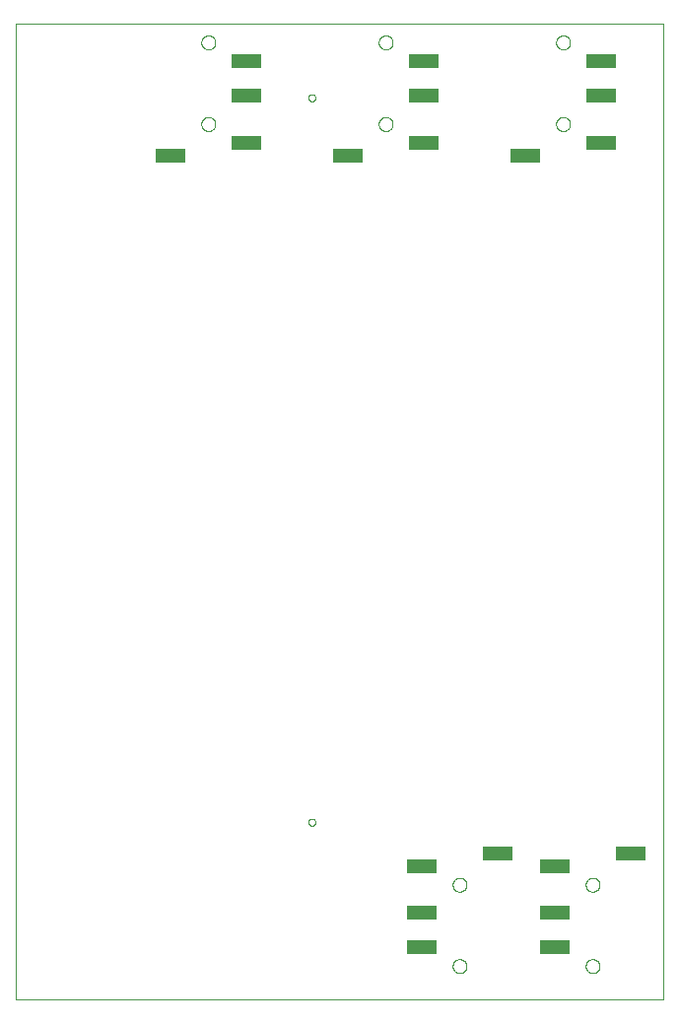
<source format=gtp>
G75*
%MOIN*%
%OFA0B0*%
%FSLAX25Y25*%
%IPPOS*%
%LPD*%
%AMOC8*
5,1,8,0,0,1.08239X$1,22.5*
%
%ADD10C,0.00000*%
%ADD11R,0.09843X0.04724*%
D10*
X0006800Y0012524D02*
X0006800Y0342484D01*
X0225501Y0342484D01*
X0225501Y0012524D01*
X0006800Y0012524D01*
X0105619Y0072524D02*
X0105621Y0072593D01*
X0105627Y0072661D01*
X0105637Y0072729D01*
X0105651Y0072796D01*
X0105669Y0072863D01*
X0105690Y0072928D01*
X0105716Y0072992D01*
X0105745Y0073054D01*
X0105777Y0073114D01*
X0105813Y0073173D01*
X0105853Y0073229D01*
X0105895Y0073283D01*
X0105941Y0073334D01*
X0105990Y0073383D01*
X0106041Y0073429D01*
X0106095Y0073471D01*
X0106151Y0073511D01*
X0106209Y0073547D01*
X0106270Y0073579D01*
X0106332Y0073608D01*
X0106396Y0073634D01*
X0106461Y0073655D01*
X0106528Y0073673D01*
X0106595Y0073687D01*
X0106663Y0073697D01*
X0106731Y0073703D01*
X0106800Y0073705D01*
X0106869Y0073703D01*
X0106937Y0073697D01*
X0107005Y0073687D01*
X0107072Y0073673D01*
X0107139Y0073655D01*
X0107204Y0073634D01*
X0107268Y0073608D01*
X0107330Y0073579D01*
X0107390Y0073547D01*
X0107449Y0073511D01*
X0107505Y0073471D01*
X0107559Y0073429D01*
X0107610Y0073383D01*
X0107659Y0073334D01*
X0107705Y0073283D01*
X0107747Y0073229D01*
X0107787Y0073173D01*
X0107823Y0073114D01*
X0107855Y0073054D01*
X0107884Y0072992D01*
X0107910Y0072928D01*
X0107931Y0072863D01*
X0107949Y0072796D01*
X0107963Y0072729D01*
X0107973Y0072661D01*
X0107979Y0072593D01*
X0107981Y0072524D01*
X0107979Y0072455D01*
X0107973Y0072387D01*
X0107963Y0072319D01*
X0107949Y0072252D01*
X0107931Y0072185D01*
X0107910Y0072120D01*
X0107884Y0072056D01*
X0107855Y0071994D01*
X0107823Y0071933D01*
X0107787Y0071875D01*
X0107747Y0071819D01*
X0107705Y0071765D01*
X0107659Y0071714D01*
X0107610Y0071665D01*
X0107559Y0071619D01*
X0107505Y0071577D01*
X0107449Y0071537D01*
X0107391Y0071501D01*
X0107330Y0071469D01*
X0107268Y0071440D01*
X0107204Y0071414D01*
X0107139Y0071393D01*
X0107072Y0071375D01*
X0107005Y0071361D01*
X0106937Y0071351D01*
X0106869Y0071345D01*
X0106800Y0071343D01*
X0106731Y0071345D01*
X0106663Y0071351D01*
X0106595Y0071361D01*
X0106528Y0071375D01*
X0106461Y0071393D01*
X0106396Y0071414D01*
X0106332Y0071440D01*
X0106270Y0071469D01*
X0106209Y0071501D01*
X0106151Y0071537D01*
X0106095Y0071577D01*
X0106041Y0071619D01*
X0105990Y0071665D01*
X0105941Y0071714D01*
X0105895Y0071765D01*
X0105853Y0071819D01*
X0105813Y0071875D01*
X0105777Y0071933D01*
X0105745Y0071994D01*
X0105716Y0072056D01*
X0105690Y0072120D01*
X0105669Y0072185D01*
X0105651Y0072252D01*
X0105637Y0072319D01*
X0105627Y0072387D01*
X0105621Y0072455D01*
X0105619Y0072524D01*
X0154438Y0051382D02*
X0154440Y0051479D01*
X0154446Y0051576D01*
X0154456Y0051672D01*
X0154470Y0051768D01*
X0154488Y0051864D01*
X0154509Y0051958D01*
X0154535Y0052052D01*
X0154564Y0052144D01*
X0154598Y0052235D01*
X0154634Y0052325D01*
X0154675Y0052413D01*
X0154719Y0052499D01*
X0154767Y0052584D01*
X0154818Y0052666D01*
X0154872Y0052747D01*
X0154930Y0052825D01*
X0154991Y0052900D01*
X0155054Y0052973D01*
X0155121Y0053044D01*
X0155191Y0053111D01*
X0155263Y0053176D01*
X0155338Y0053237D01*
X0155416Y0053296D01*
X0155495Y0053351D01*
X0155577Y0053403D01*
X0155661Y0053451D01*
X0155747Y0053496D01*
X0155835Y0053538D01*
X0155924Y0053576D01*
X0156015Y0053610D01*
X0156107Y0053640D01*
X0156200Y0053667D01*
X0156295Y0053689D01*
X0156390Y0053708D01*
X0156486Y0053723D01*
X0156582Y0053734D01*
X0156679Y0053741D01*
X0156776Y0053744D01*
X0156873Y0053743D01*
X0156970Y0053738D01*
X0157066Y0053729D01*
X0157162Y0053716D01*
X0157258Y0053699D01*
X0157353Y0053678D01*
X0157446Y0053654D01*
X0157539Y0053625D01*
X0157631Y0053593D01*
X0157721Y0053557D01*
X0157809Y0053518D01*
X0157896Y0053474D01*
X0157981Y0053428D01*
X0158064Y0053377D01*
X0158145Y0053324D01*
X0158223Y0053267D01*
X0158300Y0053207D01*
X0158373Y0053144D01*
X0158444Y0053078D01*
X0158512Y0053009D01*
X0158578Y0052937D01*
X0158640Y0052863D01*
X0158699Y0052786D01*
X0158755Y0052707D01*
X0158808Y0052625D01*
X0158858Y0052542D01*
X0158903Y0052456D01*
X0158946Y0052369D01*
X0158985Y0052280D01*
X0159020Y0052190D01*
X0159051Y0052098D01*
X0159078Y0052005D01*
X0159102Y0051911D01*
X0159122Y0051816D01*
X0159138Y0051720D01*
X0159150Y0051624D01*
X0159158Y0051527D01*
X0159162Y0051430D01*
X0159162Y0051334D01*
X0159158Y0051237D01*
X0159150Y0051140D01*
X0159138Y0051044D01*
X0159122Y0050948D01*
X0159102Y0050853D01*
X0159078Y0050759D01*
X0159051Y0050666D01*
X0159020Y0050574D01*
X0158985Y0050484D01*
X0158946Y0050395D01*
X0158903Y0050308D01*
X0158858Y0050222D01*
X0158808Y0050139D01*
X0158755Y0050057D01*
X0158699Y0049978D01*
X0158640Y0049901D01*
X0158578Y0049827D01*
X0158512Y0049755D01*
X0158444Y0049686D01*
X0158373Y0049620D01*
X0158300Y0049557D01*
X0158223Y0049497D01*
X0158145Y0049440D01*
X0158064Y0049387D01*
X0157981Y0049336D01*
X0157896Y0049290D01*
X0157809Y0049246D01*
X0157721Y0049207D01*
X0157631Y0049171D01*
X0157539Y0049139D01*
X0157446Y0049110D01*
X0157353Y0049086D01*
X0157258Y0049065D01*
X0157162Y0049048D01*
X0157066Y0049035D01*
X0156970Y0049026D01*
X0156873Y0049021D01*
X0156776Y0049020D01*
X0156679Y0049023D01*
X0156582Y0049030D01*
X0156486Y0049041D01*
X0156390Y0049056D01*
X0156295Y0049075D01*
X0156200Y0049097D01*
X0156107Y0049124D01*
X0156015Y0049154D01*
X0155924Y0049188D01*
X0155835Y0049226D01*
X0155747Y0049268D01*
X0155661Y0049313D01*
X0155577Y0049361D01*
X0155495Y0049413D01*
X0155416Y0049468D01*
X0155338Y0049527D01*
X0155263Y0049588D01*
X0155191Y0049653D01*
X0155121Y0049720D01*
X0155054Y0049791D01*
X0154991Y0049864D01*
X0154930Y0049939D01*
X0154872Y0050017D01*
X0154818Y0050098D01*
X0154767Y0050180D01*
X0154719Y0050265D01*
X0154675Y0050351D01*
X0154634Y0050439D01*
X0154598Y0050529D01*
X0154564Y0050620D01*
X0154535Y0050712D01*
X0154509Y0050806D01*
X0154488Y0050900D01*
X0154470Y0050996D01*
X0154456Y0051092D01*
X0154446Y0051188D01*
X0154440Y0051285D01*
X0154438Y0051382D01*
X0154438Y0023823D02*
X0154440Y0023920D01*
X0154446Y0024017D01*
X0154456Y0024113D01*
X0154470Y0024209D01*
X0154488Y0024305D01*
X0154509Y0024399D01*
X0154535Y0024493D01*
X0154564Y0024585D01*
X0154598Y0024676D01*
X0154634Y0024766D01*
X0154675Y0024854D01*
X0154719Y0024940D01*
X0154767Y0025025D01*
X0154818Y0025107D01*
X0154872Y0025188D01*
X0154930Y0025266D01*
X0154991Y0025341D01*
X0155054Y0025414D01*
X0155121Y0025485D01*
X0155191Y0025552D01*
X0155263Y0025617D01*
X0155338Y0025678D01*
X0155416Y0025737D01*
X0155495Y0025792D01*
X0155577Y0025844D01*
X0155661Y0025892D01*
X0155747Y0025937D01*
X0155835Y0025979D01*
X0155924Y0026017D01*
X0156015Y0026051D01*
X0156107Y0026081D01*
X0156200Y0026108D01*
X0156295Y0026130D01*
X0156390Y0026149D01*
X0156486Y0026164D01*
X0156582Y0026175D01*
X0156679Y0026182D01*
X0156776Y0026185D01*
X0156873Y0026184D01*
X0156970Y0026179D01*
X0157066Y0026170D01*
X0157162Y0026157D01*
X0157258Y0026140D01*
X0157353Y0026119D01*
X0157446Y0026095D01*
X0157539Y0026066D01*
X0157631Y0026034D01*
X0157721Y0025998D01*
X0157809Y0025959D01*
X0157896Y0025915D01*
X0157981Y0025869D01*
X0158064Y0025818D01*
X0158145Y0025765D01*
X0158223Y0025708D01*
X0158300Y0025648D01*
X0158373Y0025585D01*
X0158444Y0025519D01*
X0158512Y0025450D01*
X0158578Y0025378D01*
X0158640Y0025304D01*
X0158699Y0025227D01*
X0158755Y0025148D01*
X0158808Y0025066D01*
X0158858Y0024983D01*
X0158903Y0024897D01*
X0158946Y0024810D01*
X0158985Y0024721D01*
X0159020Y0024631D01*
X0159051Y0024539D01*
X0159078Y0024446D01*
X0159102Y0024352D01*
X0159122Y0024257D01*
X0159138Y0024161D01*
X0159150Y0024065D01*
X0159158Y0023968D01*
X0159162Y0023871D01*
X0159162Y0023775D01*
X0159158Y0023678D01*
X0159150Y0023581D01*
X0159138Y0023485D01*
X0159122Y0023389D01*
X0159102Y0023294D01*
X0159078Y0023200D01*
X0159051Y0023107D01*
X0159020Y0023015D01*
X0158985Y0022925D01*
X0158946Y0022836D01*
X0158903Y0022749D01*
X0158858Y0022663D01*
X0158808Y0022580D01*
X0158755Y0022498D01*
X0158699Y0022419D01*
X0158640Y0022342D01*
X0158578Y0022268D01*
X0158512Y0022196D01*
X0158444Y0022127D01*
X0158373Y0022061D01*
X0158300Y0021998D01*
X0158223Y0021938D01*
X0158145Y0021881D01*
X0158064Y0021828D01*
X0157981Y0021777D01*
X0157896Y0021731D01*
X0157809Y0021687D01*
X0157721Y0021648D01*
X0157631Y0021612D01*
X0157539Y0021580D01*
X0157446Y0021551D01*
X0157353Y0021527D01*
X0157258Y0021506D01*
X0157162Y0021489D01*
X0157066Y0021476D01*
X0156970Y0021467D01*
X0156873Y0021462D01*
X0156776Y0021461D01*
X0156679Y0021464D01*
X0156582Y0021471D01*
X0156486Y0021482D01*
X0156390Y0021497D01*
X0156295Y0021516D01*
X0156200Y0021538D01*
X0156107Y0021565D01*
X0156015Y0021595D01*
X0155924Y0021629D01*
X0155835Y0021667D01*
X0155747Y0021709D01*
X0155661Y0021754D01*
X0155577Y0021802D01*
X0155495Y0021854D01*
X0155416Y0021909D01*
X0155338Y0021968D01*
X0155263Y0022029D01*
X0155191Y0022094D01*
X0155121Y0022161D01*
X0155054Y0022232D01*
X0154991Y0022305D01*
X0154930Y0022380D01*
X0154872Y0022458D01*
X0154818Y0022539D01*
X0154767Y0022621D01*
X0154719Y0022706D01*
X0154675Y0022792D01*
X0154634Y0022880D01*
X0154598Y0022970D01*
X0154564Y0023061D01*
X0154535Y0023153D01*
X0154509Y0023247D01*
X0154488Y0023341D01*
X0154470Y0023437D01*
X0154456Y0023533D01*
X0154446Y0023629D01*
X0154440Y0023726D01*
X0154438Y0023823D01*
X0199438Y0023823D02*
X0199440Y0023920D01*
X0199446Y0024017D01*
X0199456Y0024113D01*
X0199470Y0024209D01*
X0199488Y0024305D01*
X0199509Y0024399D01*
X0199535Y0024493D01*
X0199564Y0024585D01*
X0199598Y0024676D01*
X0199634Y0024766D01*
X0199675Y0024854D01*
X0199719Y0024940D01*
X0199767Y0025025D01*
X0199818Y0025107D01*
X0199872Y0025188D01*
X0199930Y0025266D01*
X0199991Y0025341D01*
X0200054Y0025414D01*
X0200121Y0025485D01*
X0200191Y0025552D01*
X0200263Y0025617D01*
X0200338Y0025678D01*
X0200416Y0025737D01*
X0200495Y0025792D01*
X0200577Y0025844D01*
X0200661Y0025892D01*
X0200747Y0025937D01*
X0200835Y0025979D01*
X0200924Y0026017D01*
X0201015Y0026051D01*
X0201107Y0026081D01*
X0201200Y0026108D01*
X0201295Y0026130D01*
X0201390Y0026149D01*
X0201486Y0026164D01*
X0201582Y0026175D01*
X0201679Y0026182D01*
X0201776Y0026185D01*
X0201873Y0026184D01*
X0201970Y0026179D01*
X0202066Y0026170D01*
X0202162Y0026157D01*
X0202258Y0026140D01*
X0202353Y0026119D01*
X0202446Y0026095D01*
X0202539Y0026066D01*
X0202631Y0026034D01*
X0202721Y0025998D01*
X0202809Y0025959D01*
X0202896Y0025915D01*
X0202981Y0025869D01*
X0203064Y0025818D01*
X0203145Y0025765D01*
X0203223Y0025708D01*
X0203300Y0025648D01*
X0203373Y0025585D01*
X0203444Y0025519D01*
X0203512Y0025450D01*
X0203578Y0025378D01*
X0203640Y0025304D01*
X0203699Y0025227D01*
X0203755Y0025148D01*
X0203808Y0025066D01*
X0203858Y0024983D01*
X0203903Y0024897D01*
X0203946Y0024810D01*
X0203985Y0024721D01*
X0204020Y0024631D01*
X0204051Y0024539D01*
X0204078Y0024446D01*
X0204102Y0024352D01*
X0204122Y0024257D01*
X0204138Y0024161D01*
X0204150Y0024065D01*
X0204158Y0023968D01*
X0204162Y0023871D01*
X0204162Y0023775D01*
X0204158Y0023678D01*
X0204150Y0023581D01*
X0204138Y0023485D01*
X0204122Y0023389D01*
X0204102Y0023294D01*
X0204078Y0023200D01*
X0204051Y0023107D01*
X0204020Y0023015D01*
X0203985Y0022925D01*
X0203946Y0022836D01*
X0203903Y0022749D01*
X0203858Y0022663D01*
X0203808Y0022580D01*
X0203755Y0022498D01*
X0203699Y0022419D01*
X0203640Y0022342D01*
X0203578Y0022268D01*
X0203512Y0022196D01*
X0203444Y0022127D01*
X0203373Y0022061D01*
X0203300Y0021998D01*
X0203223Y0021938D01*
X0203145Y0021881D01*
X0203064Y0021828D01*
X0202981Y0021777D01*
X0202896Y0021731D01*
X0202809Y0021687D01*
X0202721Y0021648D01*
X0202631Y0021612D01*
X0202539Y0021580D01*
X0202446Y0021551D01*
X0202353Y0021527D01*
X0202258Y0021506D01*
X0202162Y0021489D01*
X0202066Y0021476D01*
X0201970Y0021467D01*
X0201873Y0021462D01*
X0201776Y0021461D01*
X0201679Y0021464D01*
X0201582Y0021471D01*
X0201486Y0021482D01*
X0201390Y0021497D01*
X0201295Y0021516D01*
X0201200Y0021538D01*
X0201107Y0021565D01*
X0201015Y0021595D01*
X0200924Y0021629D01*
X0200835Y0021667D01*
X0200747Y0021709D01*
X0200661Y0021754D01*
X0200577Y0021802D01*
X0200495Y0021854D01*
X0200416Y0021909D01*
X0200338Y0021968D01*
X0200263Y0022029D01*
X0200191Y0022094D01*
X0200121Y0022161D01*
X0200054Y0022232D01*
X0199991Y0022305D01*
X0199930Y0022380D01*
X0199872Y0022458D01*
X0199818Y0022539D01*
X0199767Y0022621D01*
X0199719Y0022706D01*
X0199675Y0022792D01*
X0199634Y0022880D01*
X0199598Y0022970D01*
X0199564Y0023061D01*
X0199535Y0023153D01*
X0199509Y0023247D01*
X0199488Y0023341D01*
X0199470Y0023437D01*
X0199456Y0023533D01*
X0199446Y0023629D01*
X0199440Y0023726D01*
X0199438Y0023823D01*
X0199438Y0051382D02*
X0199440Y0051479D01*
X0199446Y0051576D01*
X0199456Y0051672D01*
X0199470Y0051768D01*
X0199488Y0051864D01*
X0199509Y0051958D01*
X0199535Y0052052D01*
X0199564Y0052144D01*
X0199598Y0052235D01*
X0199634Y0052325D01*
X0199675Y0052413D01*
X0199719Y0052499D01*
X0199767Y0052584D01*
X0199818Y0052666D01*
X0199872Y0052747D01*
X0199930Y0052825D01*
X0199991Y0052900D01*
X0200054Y0052973D01*
X0200121Y0053044D01*
X0200191Y0053111D01*
X0200263Y0053176D01*
X0200338Y0053237D01*
X0200416Y0053296D01*
X0200495Y0053351D01*
X0200577Y0053403D01*
X0200661Y0053451D01*
X0200747Y0053496D01*
X0200835Y0053538D01*
X0200924Y0053576D01*
X0201015Y0053610D01*
X0201107Y0053640D01*
X0201200Y0053667D01*
X0201295Y0053689D01*
X0201390Y0053708D01*
X0201486Y0053723D01*
X0201582Y0053734D01*
X0201679Y0053741D01*
X0201776Y0053744D01*
X0201873Y0053743D01*
X0201970Y0053738D01*
X0202066Y0053729D01*
X0202162Y0053716D01*
X0202258Y0053699D01*
X0202353Y0053678D01*
X0202446Y0053654D01*
X0202539Y0053625D01*
X0202631Y0053593D01*
X0202721Y0053557D01*
X0202809Y0053518D01*
X0202896Y0053474D01*
X0202981Y0053428D01*
X0203064Y0053377D01*
X0203145Y0053324D01*
X0203223Y0053267D01*
X0203300Y0053207D01*
X0203373Y0053144D01*
X0203444Y0053078D01*
X0203512Y0053009D01*
X0203578Y0052937D01*
X0203640Y0052863D01*
X0203699Y0052786D01*
X0203755Y0052707D01*
X0203808Y0052625D01*
X0203858Y0052542D01*
X0203903Y0052456D01*
X0203946Y0052369D01*
X0203985Y0052280D01*
X0204020Y0052190D01*
X0204051Y0052098D01*
X0204078Y0052005D01*
X0204102Y0051911D01*
X0204122Y0051816D01*
X0204138Y0051720D01*
X0204150Y0051624D01*
X0204158Y0051527D01*
X0204162Y0051430D01*
X0204162Y0051334D01*
X0204158Y0051237D01*
X0204150Y0051140D01*
X0204138Y0051044D01*
X0204122Y0050948D01*
X0204102Y0050853D01*
X0204078Y0050759D01*
X0204051Y0050666D01*
X0204020Y0050574D01*
X0203985Y0050484D01*
X0203946Y0050395D01*
X0203903Y0050308D01*
X0203858Y0050222D01*
X0203808Y0050139D01*
X0203755Y0050057D01*
X0203699Y0049978D01*
X0203640Y0049901D01*
X0203578Y0049827D01*
X0203512Y0049755D01*
X0203444Y0049686D01*
X0203373Y0049620D01*
X0203300Y0049557D01*
X0203223Y0049497D01*
X0203145Y0049440D01*
X0203064Y0049387D01*
X0202981Y0049336D01*
X0202896Y0049290D01*
X0202809Y0049246D01*
X0202721Y0049207D01*
X0202631Y0049171D01*
X0202539Y0049139D01*
X0202446Y0049110D01*
X0202353Y0049086D01*
X0202258Y0049065D01*
X0202162Y0049048D01*
X0202066Y0049035D01*
X0201970Y0049026D01*
X0201873Y0049021D01*
X0201776Y0049020D01*
X0201679Y0049023D01*
X0201582Y0049030D01*
X0201486Y0049041D01*
X0201390Y0049056D01*
X0201295Y0049075D01*
X0201200Y0049097D01*
X0201107Y0049124D01*
X0201015Y0049154D01*
X0200924Y0049188D01*
X0200835Y0049226D01*
X0200747Y0049268D01*
X0200661Y0049313D01*
X0200577Y0049361D01*
X0200495Y0049413D01*
X0200416Y0049468D01*
X0200338Y0049527D01*
X0200263Y0049588D01*
X0200191Y0049653D01*
X0200121Y0049720D01*
X0200054Y0049791D01*
X0199991Y0049864D01*
X0199930Y0049939D01*
X0199872Y0050017D01*
X0199818Y0050098D01*
X0199767Y0050180D01*
X0199719Y0050265D01*
X0199675Y0050351D01*
X0199634Y0050439D01*
X0199598Y0050529D01*
X0199564Y0050620D01*
X0199535Y0050712D01*
X0199509Y0050806D01*
X0199488Y0050900D01*
X0199470Y0050996D01*
X0199456Y0051092D01*
X0199446Y0051188D01*
X0199440Y0051285D01*
X0199438Y0051382D01*
X0189438Y0308665D02*
X0189440Y0308762D01*
X0189446Y0308859D01*
X0189456Y0308955D01*
X0189470Y0309051D01*
X0189488Y0309147D01*
X0189509Y0309241D01*
X0189535Y0309335D01*
X0189564Y0309427D01*
X0189598Y0309518D01*
X0189634Y0309608D01*
X0189675Y0309696D01*
X0189719Y0309782D01*
X0189767Y0309867D01*
X0189818Y0309949D01*
X0189872Y0310030D01*
X0189930Y0310108D01*
X0189991Y0310183D01*
X0190054Y0310256D01*
X0190121Y0310327D01*
X0190191Y0310394D01*
X0190263Y0310459D01*
X0190338Y0310520D01*
X0190416Y0310579D01*
X0190495Y0310634D01*
X0190577Y0310686D01*
X0190661Y0310734D01*
X0190747Y0310779D01*
X0190835Y0310821D01*
X0190924Y0310859D01*
X0191015Y0310893D01*
X0191107Y0310923D01*
X0191200Y0310950D01*
X0191295Y0310972D01*
X0191390Y0310991D01*
X0191486Y0311006D01*
X0191582Y0311017D01*
X0191679Y0311024D01*
X0191776Y0311027D01*
X0191873Y0311026D01*
X0191970Y0311021D01*
X0192066Y0311012D01*
X0192162Y0310999D01*
X0192258Y0310982D01*
X0192353Y0310961D01*
X0192446Y0310937D01*
X0192539Y0310908D01*
X0192631Y0310876D01*
X0192721Y0310840D01*
X0192809Y0310801D01*
X0192896Y0310757D01*
X0192981Y0310711D01*
X0193064Y0310660D01*
X0193145Y0310607D01*
X0193223Y0310550D01*
X0193300Y0310490D01*
X0193373Y0310427D01*
X0193444Y0310361D01*
X0193512Y0310292D01*
X0193578Y0310220D01*
X0193640Y0310146D01*
X0193699Y0310069D01*
X0193755Y0309990D01*
X0193808Y0309908D01*
X0193858Y0309825D01*
X0193903Y0309739D01*
X0193946Y0309652D01*
X0193985Y0309563D01*
X0194020Y0309473D01*
X0194051Y0309381D01*
X0194078Y0309288D01*
X0194102Y0309194D01*
X0194122Y0309099D01*
X0194138Y0309003D01*
X0194150Y0308907D01*
X0194158Y0308810D01*
X0194162Y0308713D01*
X0194162Y0308617D01*
X0194158Y0308520D01*
X0194150Y0308423D01*
X0194138Y0308327D01*
X0194122Y0308231D01*
X0194102Y0308136D01*
X0194078Y0308042D01*
X0194051Y0307949D01*
X0194020Y0307857D01*
X0193985Y0307767D01*
X0193946Y0307678D01*
X0193903Y0307591D01*
X0193858Y0307505D01*
X0193808Y0307422D01*
X0193755Y0307340D01*
X0193699Y0307261D01*
X0193640Y0307184D01*
X0193578Y0307110D01*
X0193512Y0307038D01*
X0193444Y0306969D01*
X0193373Y0306903D01*
X0193300Y0306840D01*
X0193223Y0306780D01*
X0193145Y0306723D01*
X0193064Y0306670D01*
X0192981Y0306619D01*
X0192896Y0306573D01*
X0192809Y0306529D01*
X0192721Y0306490D01*
X0192631Y0306454D01*
X0192539Y0306422D01*
X0192446Y0306393D01*
X0192353Y0306369D01*
X0192258Y0306348D01*
X0192162Y0306331D01*
X0192066Y0306318D01*
X0191970Y0306309D01*
X0191873Y0306304D01*
X0191776Y0306303D01*
X0191679Y0306306D01*
X0191582Y0306313D01*
X0191486Y0306324D01*
X0191390Y0306339D01*
X0191295Y0306358D01*
X0191200Y0306380D01*
X0191107Y0306407D01*
X0191015Y0306437D01*
X0190924Y0306471D01*
X0190835Y0306509D01*
X0190747Y0306551D01*
X0190661Y0306596D01*
X0190577Y0306644D01*
X0190495Y0306696D01*
X0190416Y0306751D01*
X0190338Y0306810D01*
X0190263Y0306871D01*
X0190191Y0306936D01*
X0190121Y0307003D01*
X0190054Y0307074D01*
X0189991Y0307147D01*
X0189930Y0307222D01*
X0189872Y0307300D01*
X0189818Y0307381D01*
X0189767Y0307463D01*
X0189719Y0307548D01*
X0189675Y0307634D01*
X0189634Y0307722D01*
X0189598Y0307812D01*
X0189564Y0307903D01*
X0189535Y0307995D01*
X0189509Y0308089D01*
X0189488Y0308183D01*
X0189470Y0308279D01*
X0189456Y0308375D01*
X0189446Y0308471D01*
X0189440Y0308568D01*
X0189438Y0308665D01*
X0189438Y0336224D02*
X0189440Y0336321D01*
X0189446Y0336418D01*
X0189456Y0336514D01*
X0189470Y0336610D01*
X0189488Y0336706D01*
X0189509Y0336800D01*
X0189535Y0336894D01*
X0189564Y0336986D01*
X0189598Y0337077D01*
X0189634Y0337167D01*
X0189675Y0337255D01*
X0189719Y0337341D01*
X0189767Y0337426D01*
X0189818Y0337508D01*
X0189872Y0337589D01*
X0189930Y0337667D01*
X0189991Y0337742D01*
X0190054Y0337815D01*
X0190121Y0337886D01*
X0190191Y0337953D01*
X0190263Y0338018D01*
X0190338Y0338079D01*
X0190416Y0338138D01*
X0190495Y0338193D01*
X0190577Y0338245D01*
X0190661Y0338293D01*
X0190747Y0338338D01*
X0190835Y0338380D01*
X0190924Y0338418D01*
X0191015Y0338452D01*
X0191107Y0338482D01*
X0191200Y0338509D01*
X0191295Y0338531D01*
X0191390Y0338550D01*
X0191486Y0338565D01*
X0191582Y0338576D01*
X0191679Y0338583D01*
X0191776Y0338586D01*
X0191873Y0338585D01*
X0191970Y0338580D01*
X0192066Y0338571D01*
X0192162Y0338558D01*
X0192258Y0338541D01*
X0192353Y0338520D01*
X0192446Y0338496D01*
X0192539Y0338467D01*
X0192631Y0338435D01*
X0192721Y0338399D01*
X0192809Y0338360D01*
X0192896Y0338316D01*
X0192981Y0338270D01*
X0193064Y0338219D01*
X0193145Y0338166D01*
X0193223Y0338109D01*
X0193300Y0338049D01*
X0193373Y0337986D01*
X0193444Y0337920D01*
X0193512Y0337851D01*
X0193578Y0337779D01*
X0193640Y0337705D01*
X0193699Y0337628D01*
X0193755Y0337549D01*
X0193808Y0337467D01*
X0193858Y0337384D01*
X0193903Y0337298D01*
X0193946Y0337211D01*
X0193985Y0337122D01*
X0194020Y0337032D01*
X0194051Y0336940D01*
X0194078Y0336847D01*
X0194102Y0336753D01*
X0194122Y0336658D01*
X0194138Y0336562D01*
X0194150Y0336466D01*
X0194158Y0336369D01*
X0194162Y0336272D01*
X0194162Y0336176D01*
X0194158Y0336079D01*
X0194150Y0335982D01*
X0194138Y0335886D01*
X0194122Y0335790D01*
X0194102Y0335695D01*
X0194078Y0335601D01*
X0194051Y0335508D01*
X0194020Y0335416D01*
X0193985Y0335326D01*
X0193946Y0335237D01*
X0193903Y0335150D01*
X0193858Y0335064D01*
X0193808Y0334981D01*
X0193755Y0334899D01*
X0193699Y0334820D01*
X0193640Y0334743D01*
X0193578Y0334669D01*
X0193512Y0334597D01*
X0193444Y0334528D01*
X0193373Y0334462D01*
X0193300Y0334399D01*
X0193223Y0334339D01*
X0193145Y0334282D01*
X0193064Y0334229D01*
X0192981Y0334178D01*
X0192896Y0334132D01*
X0192809Y0334088D01*
X0192721Y0334049D01*
X0192631Y0334013D01*
X0192539Y0333981D01*
X0192446Y0333952D01*
X0192353Y0333928D01*
X0192258Y0333907D01*
X0192162Y0333890D01*
X0192066Y0333877D01*
X0191970Y0333868D01*
X0191873Y0333863D01*
X0191776Y0333862D01*
X0191679Y0333865D01*
X0191582Y0333872D01*
X0191486Y0333883D01*
X0191390Y0333898D01*
X0191295Y0333917D01*
X0191200Y0333939D01*
X0191107Y0333966D01*
X0191015Y0333996D01*
X0190924Y0334030D01*
X0190835Y0334068D01*
X0190747Y0334110D01*
X0190661Y0334155D01*
X0190577Y0334203D01*
X0190495Y0334255D01*
X0190416Y0334310D01*
X0190338Y0334369D01*
X0190263Y0334430D01*
X0190191Y0334495D01*
X0190121Y0334562D01*
X0190054Y0334633D01*
X0189991Y0334706D01*
X0189930Y0334781D01*
X0189872Y0334859D01*
X0189818Y0334940D01*
X0189767Y0335022D01*
X0189719Y0335107D01*
X0189675Y0335193D01*
X0189634Y0335281D01*
X0189598Y0335371D01*
X0189564Y0335462D01*
X0189535Y0335554D01*
X0189509Y0335648D01*
X0189488Y0335742D01*
X0189470Y0335838D01*
X0189456Y0335934D01*
X0189446Y0336030D01*
X0189440Y0336127D01*
X0189438Y0336224D01*
X0129438Y0336224D02*
X0129440Y0336321D01*
X0129446Y0336418D01*
X0129456Y0336514D01*
X0129470Y0336610D01*
X0129488Y0336706D01*
X0129509Y0336800D01*
X0129535Y0336894D01*
X0129564Y0336986D01*
X0129598Y0337077D01*
X0129634Y0337167D01*
X0129675Y0337255D01*
X0129719Y0337341D01*
X0129767Y0337426D01*
X0129818Y0337508D01*
X0129872Y0337589D01*
X0129930Y0337667D01*
X0129991Y0337742D01*
X0130054Y0337815D01*
X0130121Y0337886D01*
X0130191Y0337953D01*
X0130263Y0338018D01*
X0130338Y0338079D01*
X0130416Y0338138D01*
X0130495Y0338193D01*
X0130577Y0338245D01*
X0130661Y0338293D01*
X0130747Y0338338D01*
X0130835Y0338380D01*
X0130924Y0338418D01*
X0131015Y0338452D01*
X0131107Y0338482D01*
X0131200Y0338509D01*
X0131295Y0338531D01*
X0131390Y0338550D01*
X0131486Y0338565D01*
X0131582Y0338576D01*
X0131679Y0338583D01*
X0131776Y0338586D01*
X0131873Y0338585D01*
X0131970Y0338580D01*
X0132066Y0338571D01*
X0132162Y0338558D01*
X0132258Y0338541D01*
X0132353Y0338520D01*
X0132446Y0338496D01*
X0132539Y0338467D01*
X0132631Y0338435D01*
X0132721Y0338399D01*
X0132809Y0338360D01*
X0132896Y0338316D01*
X0132981Y0338270D01*
X0133064Y0338219D01*
X0133145Y0338166D01*
X0133223Y0338109D01*
X0133300Y0338049D01*
X0133373Y0337986D01*
X0133444Y0337920D01*
X0133512Y0337851D01*
X0133578Y0337779D01*
X0133640Y0337705D01*
X0133699Y0337628D01*
X0133755Y0337549D01*
X0133808Y0337467D01*
X0133858Y0337384D01*
X0133903Y0337298D01*
X0133946Y0337211D01*
X0133985Y0337122D01*
X0134020Y0337032D01*
X0134051Y0336940D01*
X0134078Y0336847D01*
X0134102Y0336753D01*
X0134122Y0336658D01*
X0134138Y0336562D01*
X0134150Y0336466D01*
X0134158Y0336369D01*
X0134162Y0336272D01*
X0134162Y0336176D01*
X0134158Y0336079D01*
X0134150Y0335982D01*
X0134138Y0335886D01*
X0134122Y0335790D01*
X0134102Y0335695D01*
X0134078Y0335601D01*
X0134051Y0335508D01*
X0134020Y0335416D01*
X0133985Y0335326D01*
X0133946Y0335237D01*
X0133903Y0335150D01*
X0133858Y0335064D01*
X0133808Y0334981D01*
X0133755Y0334899D01*
X0133699Y0334820D01*
X0133640Y0334743D01*
X0133578Y0334669D01*
X0133512Y0334597D01*
X0133444Y0334528D01*
X0133373Y0334462D01*
X0133300Y0334399D01*
X0133223Y0334339D01*
X0133145Y0334282D01*
X0133064Y0334229D01*
X0132981Y0334178D01*
X0132896Y0334132D01*
X0132809Y0334088D01*
X0132721Y0334049D01*
X0132631Y0334013D01*
X0132539Y0333981D01*
X0132446Y0333952D01*
X0132353Y0333928D01*
X0132258Y0333907D01*
X0132162Y0333890D01*
X0132066Y0333877D01*
X0131970Y0333868D01*
X0131873Y0333863D01*
X0131776Y0333862D01*
X0131679Y0333865D01*
X0131582Y0333872D01*
X0131486Y0333883D01*
X0131390Y0333898D01*
X0131295Y0333917D01*
X0131200Y0333939D01*
X0131107Y0333966D01*
X0131015Y0333996D01*
X0130924Y0334030D01*
X0130835Y0334068D01*
X0130747Y0334110D01*
X0130661Y0334155D01*
X0130577Y0334203D01*
X0130495Y0334255D01*
X0130416Y0334310D01*
X0130338Y0334369D01*
X0130263Y0334430D01*
X0130191Y0334495D01*
X0130121Y0334562D01*
X0130054Y0334633D01*
X0129991Y0334706D01*
X0129930Y0334781D01*
X0129872Y0334859D01*
X0129818Y0334940D01*
X0129767Y0335022D01*
X0129719Y0335107D01*
X0129675Y0335193D01*
X0129634Y0335281D01*
X0129598Y0335371D01*
X0129564Y0335462D01*
X0129535Y0335554D01*
X0129509Y0335648D01*
X0129488Y0335742D01*
X0129470Y0335838D01*
X0129456Y0335934D01*
X0129446Y0336030D01*
X0129440Y0336127D01*
X0129438Y0336224D01*
X0129438Y0308665D02*
X0129440Y0308762D01*
X0129446Y0308859D01*
X0129456Y0308955D01*
X0129470Y0309051D01*
X0129488Y0309147D01*
X0129509Y0309241D01*
X0129535Y0309335D01*
X0129564Y0309427D01*
X0129598Y0309518D01*
X0129634Y0309608D01*
X0129675Y0309696D01*
X0129719Y0309782D01*
X0129767Y0309867D01*
X0129818Y0309949D01*
X0129872Y0310030D01*
X0129930Y0310108D01*
X0129991Y0310183D01*
X0130054Y0310256D01*
X0130121Y0310327D01*
X0130191Y0310394D01*
X0130263Y0310459D01*
X0130338Y0310520D01*
X0130416Y0310579D01*
X0130495Y0310634D01*
X0130577Y0310686D01*
X0130661Y0310734D01*
X0130747Y0310779D01*
X0130835Y0310821D01*
X0130924Y0310859D01*
X0131015Y0310893D01*
X0131107Y0310923D01*
X0131200Y0310950D01*
X0131295Y0310972D01*
X0131390Y0310991D01*
X0131486Y0311006D01*
X0131582Y0311017D01*
X0131679Y0311024D01*
X0131776Y0311027D01*
X0131873Y0311026D01*
X0131970Y0311021D01*
X0132066Y0311012D01*
X0132162Y0310999D01*
X0132258Y0310982D01*
X0132353Y0310961D01*
X0132446Y0310937D01*
X0132539Y0310908D01*
X0132631Y0310876D01*
X0132721Y0310840D01*
X0132809Y0310801D01*
X0132896Y0310757D01*
X0132981Y0310711D01*
X0133064Y0310660D01*
X0133145Y0310607D01*
X0133223Y0310550D01*
X0133300Y0310490D01*
X0133373Y0310427D01*
X0133444Y0310361D01*
X0133512Y0310292D01*
X0133578Y0310220D01*
X0133640Y0310146D01*
X0133699Y0310069D01*
X0133755Y0309990D01*
X0133808Y0309908D01*
X0133858Y0309825D01*
X0133903Y0309739D01*
X0133946Y0309652D01*
X0133985Y0309563D01*
X0134020Y0309473D01*
X0134051Y0309381D01*
X0134078Y0309288D01*
X0134102Y0309194D01*
X0134122Y0309099D01*
X0134138Y0309003D01*
X0134150Y0308907D01*
X0134158Y0308810D01*
X0134162Y0308713D01*
X0134162Y0308617D01*
X0134158Y0308520D01*
X0134150Y0308423D01*
X0134138Y0308327D01*
X0134122Y0308231D01*
X0134102Y0308136D01*
X0134078Y0308042D01*
X0134051Y0307949D01*
X0134020Y0307857D01*
X0133985Y0307767D01*
X0133946Y0307678D01*
X0133903Y0307591D01*
X0133858Y0307505D01*
X0133808Y0307422D01*
X0133755Y0307340D01*
X0133699Y0307261D01*
X0133640Y0307184D01*
X0133578Y0307110D01*
X0133512Y0307038D01*
X0133444Y0306969D01*
X0133373Y0306903D01*
X0133300Y0306840D01*
X0133223Y0306780D01*
X0133145Y0306723D01*
X0133064Y0306670D01*
X0132981Y0306619D01*
X0132896Y0306573D01*
X0132809Y0306529D01*
X0132721Y0306490D01*
X0132631Y0306454D01*
X0132539Y0306422D01*
X0132446Y0306393D01*
X0132353Y0306369D01*
X0132258Y0306348D01*
X0132162Y0306331D01*
X0132066Y0306318D01*
X0131970Y0306309D01*
X0131873Y0306304D01*
X0131776Y0306303D01*
X0131679Y0306306D01*
X0131582Y0306313D01*
X0131486Y0306324D01*
X0131390Y0306339D01*
X0131295Y0306358D01*
X0131200Y0306380D01*
X0131107Y0306407D01*
X0131015Y0306437D01*
X0130924Y0306471D01*
X0130835Y0306509D01*
X0130747Y0306551D01*
X0130661Y0306596D01*
X0130577Y0306644D01*
X0130495Y0306696D01*
X0130416Y0306751D01*
X0130338Y0306810D01*
X0130263Y0306871D01*
X0130191Y0306936D01*
X0130121Y0307003D01*
X0130054Y0307074D01*
X0129991Y0307147D01*
X0129930Y0307222D01*
X0129872Y0307300D01*
X0129818Y0307381D01*
X0129767Y0307463D01*
X0129719Y0307548D01*
X0129675Y0307634D01*
X0129634Y0307722D01*
X0129598Y0307812D01*
X0129564Y0307903D01*
X0129535Y0307995D01*
X0129509Y0308089D01*
X0129488Y0308183D01*
X0129470Y0308279D01*
X0129456Y0308375D01*
X0129446Y0308471D01*
X0129440Y0308568D01*
X0129438Y0308665D01*
X0105619Y0317524D02*
X0105621Y0317593D01*
X0105627Y0317661D01*
X0105637Y0317729D01*
X0105651Y0317796D01*
X0105669Y0317863D01*
X0105690Y0317928D01*
X0105716Y0317992D01*
X0105745Y0318054D01*
X0105777Y0318114D01*
X0105813Y0318173D01*
X0105853Y0318229D01*
X0105895Y0318283D01*
X0105941Y0318334D01*
X0105990Y0318383D01*
X0106041Y0318429D01*
X0106095Y0318471D01*
X0106151Y0318511D01*
X0106209Y0318547D01*
X0106270Y0318579D01*
X0106332Y0318608D01*
X0106396Y0318634D01*
X0106461Y0318655D01*
X0106528Y0318673D01*
X0106595Y0318687D01*
X0106663Y0318697D01*
X0106731Y0318703D01*
X0106800Y0318705D01*
X0106869Y0318703D01*
X0106937Y0318697D01*
X0107005Y0318687D01*
X0107072Y0318673D01*
X0107139Y0318655D01*
X0107204Y0318634D01*
X0107268Y0318608D01*
X0107330Y0318579D01*
X0107390Y0318547D01*
X0107449Y0318511D01*
X0107505Y0318471D01*
X0107559Y0318429D01*
X0107610Y0318383D01*
X0107659Y0318334D01*
X0107705Y0318283D01*
X0107747Y0318229D01*
X0107787Y0318173D01*
X0107823Y0318114D01*
X0107855Y0318054D01*
X0107884Y0317992D01*
X0107910Y0317928D01*
X0107931Y0317863D01*
X0107949Y0317796D01*
X0107963Y0317729D01*
X0107973Y0317661D01*
X0107979Y0317593D01*
X0107981Y0317524D01*
X0107979Y0317455D01*
X0107973Y0317387D01*
X0107963Y0317319D01*
X0107949Y0317252D01*
X0107931Y0317185D01*
X0107910Y0317120D01*
X0107884Y0317056D01*
X0107855Y0316994D01*
X0107823Y0316933D01*
X0107787Y0316875D01*
X0107747Y0316819D01*
X0107705Y0316765D01*
X0107659Y0316714D01*
X0107610Y0316665D01*
X0107559Y0316619D01*
X0107505Y0316577D01*
X0107449Y0316537D01*
X0107391Y0316501D01*
X0107330Y0316469D01*
X0107268Y0316440D01*
X0107204Y0316414D01*
X0107139Y0316393D01*
X0107072Y0316375D01*
X0107005Y0316361D01*
X0106937Y0316351D01*
X0106869Y0316345D01*
X0106800Y0316343D01*
X0106731Y0316345D01*
X0106663Y0316351D01*
X0106595Y0316361D01*
X0106528Y0316375D01*
X0106461Y0316393D01*
X0106396Y0316414D01*
X0106332Y0316440D01*
X0106270Y0316469D01*
X0106209Y0316501D01*
X0106151Y0316537D01*
X0106095Y0316577D01*
X0106041Y0316619D01*
X0105990Y0316665D01*
X0105941Y0316714D01*
X0105895Y0316765D01*
X0105853Y0316819D01*
X0105813Y0316875D01*
X0105777Y0316933D01*
X0105745Y0316994D01*
X0105716Y0317056D01*
X0105690Y0317120D01*
X0105669Y0317185D01*
X0105651Y0317252D01*
X0105637Y0317319D01*
X0105627Y0317387D01*
X0105621Y0317455D01*
X0105619Y0317524D01*
X0069438Y0308665D02*
X0069440Y0308762D01*
X0069446Y0308859D01*
X0069456Y0308955D01*
X0069470Y0309051D01*
X0069488Y0309147D01*
X0069509Y0309241D01*
X0069535Y0309335D01*
X0069564Y0309427D01*
X0069598Y0309518D01*
X0069634Y0309608D01*
X0069675Y0309696D01*
X0069719Y0309782D01*
X0069767Y0309867D01*
X0069818Y0309949D01*
X0069872Y0310030D01*
X0069930Y0310108D01*
X0069991Y0310183D01*
X0070054Y0310256D01*
X0070121Y0310327D01*
X0070191Y0310394D01*
X0070263Y0310459D01*
X0070338Y0310520D01*
X0070416Y0310579D01*
X0070495Y0310634D01*
X0070577Y0310686D01*
X0070661Y0310734D01*
X0070747Y0310779D01*
X0070835Y0310821D01*
X0070924Y0310859D01*
X0071015Y0310893D01*
X0071107Y0310923D01*
X0071200Y0310950D01*
X0071295Y0310972D01*
X0071390Y0310991D01*
X0071486Y0311006D01*
X0071582Y0311017D01*
X0071679Y0311024D01*
X0071776Y0311027D01*
X0071873Y0311026D01*
X0071970Y0311021D01*
X0072066Y0311012D01*
X0072162Y0310999D01*
X0072258Y0310982D01*
X0072353Y0310961D01*
X0072446Y0310937D01*
X0072539Y0310908D01*
X0072631Y0310876D01*
X0072721Y0310840D01*
X0072809Y0310801D01*
X0072896Y0310757D01*
X0072981Y0310711D01*
X0073064Y0310660D01*
X0073145Y0310607D01*
X0073223Y0310550D01*
X0073300Y0310490D01*
X0073373Y0310427D01*
X0073444Y0310361D01*
X0073512Y0310292D01*
X0073578Y0310220D01*
X0073640Y0310146D01*
X0073699Y0310069D01*
X0073755Y0309990D01*
X0073808Y0309908D01*
X0073858Y0309825D01*
X0073903Y0309739D01*
X0073946Y0309652D01*
X0073985Y0309563D01*
X0074020Y0309473D01*
X0074051Y0309381D01*
X0074078Y0309288D01*
X0074102Y0309194D01*
X0074122Y0309099D01*
X0074138Y0309003D01*
X0074150Y0308907D01*
X0074158Y0308810D01*
X0074162Y0308713D01*
X0074162Y0308617D01*
X0074158Y0308520D01*
X0074150Y0308423D01*
X0074138Y0308327D01*
X0074122Y0308231D01*
X0074102Y0308136D01*
X0074078Y0308042D01*
X0074051Y0307949D01*
X0074020Y0307857D01*
X0073985Y0307767D01*
X0073946Y0307678D01*
X0073903Y0307591D01*
X0073858Y0307505D01*
X0073808Y0307422D01*
X0073755Y0307340D01*
X0073699Y0307261D01*
X0073640Y0307184D01*
X0073578Y0307110D01*
X0073512Y0307038D01*
X0073444Y0306969D01*
X0073373Y0306903D01*
X0073300Y0306840D01*
X0073223Y0306780D01*
X0073145Y0306723D01*
X0073064Y0306670D01*
X0072981Y0306619D01*
X0072896Y0306573D01*
X0072809Y0306529D01*
X0072721Y0306490D01*
X0072631Y0306454D01*
X0072539Y0306422D01*
X0072446Y0306393D01*
X0072353Y0306369D01*
X0072258Y0306348D01*
X0072162Y0306331D01*
X0072066Y0306318D01*
X0071970Y0306309D01*
X0071873Y0306304D01*
X0071776Y0306303D01*
X0071679Y0306306D01*
X0071582Y0306313D01*
X0071486Y0306324D01*
X0071390Y0306339D01*
X0071295Y0306358D01*
X0071200Y0306380D01*
X0071107Y0306407D01*
X0071015Y0306437D01*
X0070924Y0306471D01*
X0070835Y0306509D01*
X0070747Y0306551D01*
X0070661Y0306596D01*
X0070577Y0306644D01*
X0070495Y0306696D01*
X0070416Y0306751D01*
X0070338Y0306810D01*
X0070263Y0306871D01*
X0070191Y0306936D01*
X0070121Y0307003D01*
X0070054Y0307074D01*
X0069991Y0307147D01*
X0069930Y0307222D01*
X0069872Y0307300D01*
X0069818Y0307381D01*
X0069767Y0307463D01*
X0069719Y0307548D01*
X0069675Y0307634D01*
X0069634Y0307722D01*
X0069598Y0307812D01*
X0069564Y0307903D01*
X0069535Y0307995D01*
X0069509Y0308089D01*
X0069488Y0308183D01*
X0069470Y0308279D01*
X0069456Y0308375D01*
X0069446Y0308471D01*
X0069440Y0308568D01*
X0069438Y0308665D01*
X0069438Y0336224D02*
X0069440Y0336321D01*
X0069446Y0336418D01*
X0069456Y0336514D01*
X0069470Y0336610D01*
X0069488Y0336706D01*
X0069509Y0336800D01*
X0069535Y0336894D01*
X0069564Y0336986D01*
X0069598Y0337077D01*
X0069634Y0337167D01*
X0069675Y0337255D01*
X0069719Y0337341D01*
X0069767Y0337426D01*
X0069818Y0337508D01*
X0069872Y0337589D01*
X0069930Y0337667D01*
X0069991Y0337742D01*
X0070054Y0337815D01*
X0070121Y0337886D01*
X0070191Y0337953D01*
X0070263Y0338018D01*
X0070338Y0338079D01*
X0070416Y0338138D01*
X0070495Y0338193D01*
X0070577Y0338245D01*
X0070661Y0338293D01*
X0070747Y0338338D01*
X0070835Y0338380D01*
X0070924Y0338418D01*
X0071015Y0338452D01*
X0071107Y0338482D01*
X0071200Y0338509D01*
X0071295Y0338531D01*
X0071390Y0338550D01*
X0071486Y0338565D01*
X0071582Y0338576D01*
X0071679Y0338583D01*
X0071776Y0338586D01*
X0071873Y0338585D01*
X0071970Y0338580D01*
X0072066Y0338571D01*
X0072162Y0338558D01*
X0072258Y0338541D01*
X0072353Y0338520D01*
X0072446Y0338496D01*
X0072539Y0338467D01*
X0072631Y0338435D01*
X0072721Y0338399D01*
X0072809Y0338360D01*
X0072896Y0338316D01*
X0072981Y0338270D01*
X0073064Y0338219D01*
X0073145Y0338166D01*
X0073223Y0338109D01*
X0073300Y0338049D01*
X0073373Y0337986D01*
X0073444Y0337920D01*
X0073512Y0337851D01*
X0073578Y0337779D01*
X0073640Y0337705D01*
X0073699Y0337628D01*
X0073755Y0337549D01*
X0073808Y0337467D01*
X0073858Y0337384D01*
X0073903Y0337298D01*
X0073946Y0337211D01*
X0073985Y0337122D01*
X0074020Y0337032D01*
X0074051Y0336940D01*
X0074078Y0336847D01*
X0074102Y0336753D01*
X0074122Y0336658D01*
X0074138Y0336562D01*
X0074150Y0336466D01*
X0074158Y0336369D01*
X0074162Y0336272D01*
X0074162Y0336176D01*
X0074158Y0336079D01*
X0074150Y0335982D01*
X0074138Y0335886D01*
X0074122Y0335790D01*
X0074102Y0335695D01*
X0074078Y0335601D01*
X0074051Y0335508D01*
X0074020Y0335416D01*
X0073985Y0335326D01*
X0073946Y0335237D01*
X0073903Y0335150D01*
X0073858Y0335064D01*
X0073808Y0334981D01*
X0073755Y0334899D01*
X0073699Y0334820D01*
X0073640Y0334743D01*
X0073578Y0334669D01*
X0073512Y0334597D01*
X0073444Y0334528D01*
X0073373Y0334462D01*
X0073300Y0334399D01*
X0073223Y0334339D01*
X0073145Y0334282D01*
X0073064Y0334229D01*
X0072981Y0334178D01*
X0072896Y0334132D01*
X0072809Y0334088D01*
X0072721Y0334049D01*
X0072631Y0334013D01*
X0072539Y0333981D01*
X0072446Y0333952D01*
X0072353Y0333928D01*
X0072258Y0333907D01*
X0072162Y0333890D01*
X0072066Y0333877D01*
X0071970Y0333868D01*
X0071873Y0333863D01*
X0071776Y0333862D01*
X0071679Y0333865D01*
X0071582Y0333872D01*
X0071486Y0333883D01*
X0071390Y0333898D01*
X0071295Y0333917D01*
X0071200Y0333939D01*
X0071107Y0333966D01*
X0071015Y0333996D01*
X0070924Y0334030D01*
X0070835Y0334068D01*
X0070747Y0334110D01*
X0070661Y0334155D01*
X0070577Y0334203D01*
X0070495Y0334255D01*
X0070416Y0334310D01*
X0070338Y0334369D01*
X0070263Y0334430D01*
X0070191Y0334495D01*
X0070121Y0334562D01*
X0070054Y0334633D01*
X0069991Y0334706D01*
X0069930Y0334781D01*
X0069872Y0334859D01*
X0069818Y0334940D01*
X0069767Y0335022D01*
X0069719Y0335107D01*
X0069675Y0335193D01*
X0069634Y0335281D01*
X0069598Y0335371D01*
X0069564Y0335462D01*
X0069535Y0335554D01*
X0069509Y0335648D01*
X0069488Y0335742D01*
X0069470Y0335838D01*
X0069456Y0335934D01*
X0069446Y0336030D01*
X0069440Y0336127D01*
X0069438Y0336224D01*
D11*
X0084595Y0329925D03*
X0084595Y0318114D03*
X0084595Y0302366D03*
X0059005Y0298035D03*
X0119005Y0298035D03*
X0144595Y0302366D03*
X0144595Y0318114D03*
X0144595Y0329925D03*
X0179005Y0298035D03*
X0204595Y0302366D03*
X0204595Y0318114D03*
X0204595Y0329925D03*
X0214595Y0062012D03*
X0189005Y0057681D03*
X0189005Y0041933D03*
X0189005Y0030122D03*
X0169595Y0062012D03*
X0144005Y0057681D03*
X0144005Y0041933D03*
X0144005Y0030122D03*
M02*

</source>
